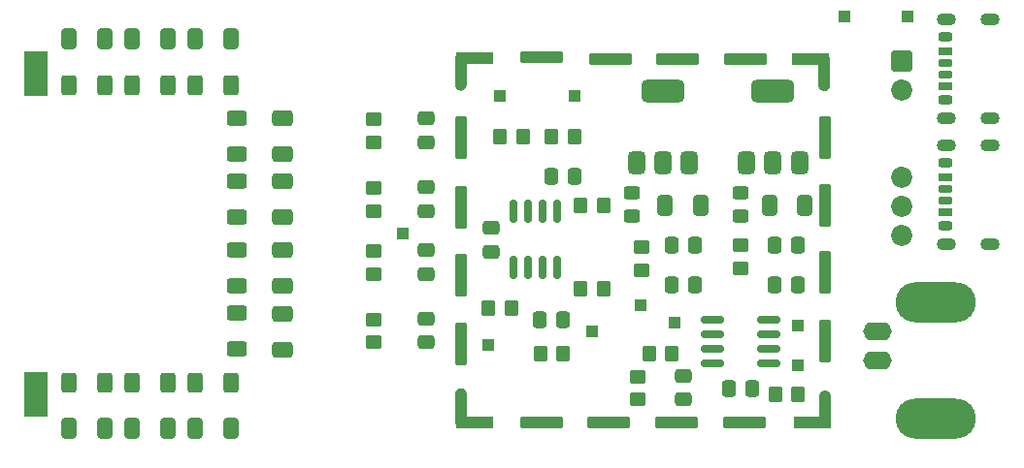
<source format=gts>
G04 #@! TF.GenerationSoftware,KiCad,Pcbnew,9.0.3*
G04 #@! TF.CreationDate,2025-12-06T19:27:42+01:00*
G04 #@! TF.ProjectId,CheapDiffProbe,43686561-7044-4696-9666-50726f62652e,rev?*
G04 #@! TF.SameCoordinates,Original*
G04 #@! TF.FileFunction,Soldermask,Top*
G04 #@! TF.FilePolarity,Negative*
%FSLAX46Y46*%
G04 Gerber Fmt 4.6, Leading zero omitted, Abs format (unit mm)*
G04 Created by KiCad (PCBNEW 9.0.3) date 2025-12-06 19:27:42*
%MOMM*%
%LPD*%
G01*
G04 APERTURE LIST*
G04 Aperture macros list*
%AMRoundRect*
0 Rectangle with rounded corners*
0 $1 Rounding radius*
0 $2 $3 $4 $5 $6 $7 $8 $9 X,Y pos of 4 corners*
0 Add a 4 corners polygon primitive as box body*
4,1,4,$2,$3,$4,$5,$6,$7,$8,$9,$2,$3,0*
0 Add four circle primitives for the rounded corners*
1,1,$1+$1,$2,$3*
1,1,$1+$1,$4,$5*
1,1,$1+$1,$6,$7*
1,1,$1+$1,$8,$9*
0 Add four rect primitives between the rounded corners*
20,1,$1+$1,$2,$3,$4,$5,0*
20,1,$1+$1,$4,$5,$6,$7,0*
20,1,$1+$1,$6,$7,$8,$9,0*
20,1,$1+$1,$8,$9,$2,$3,0*%
%AMFreePoly0*
4,1,35,1.557403,0.488582,1.606066,0.456066,1.638582,0.407403,1.650000,0.350000,1.650000,0.212022,1.661940,0.191342,1.695722,0.065263,1.700000,0.000000,1.700000,-2.300000,1.695722,-2.365263,1.661940,-2.491342,1.596677,-2.604381,1.504381,-2.696677,1.391342,-2.761940,1.265263,-2.795722,1.134737,-2.795722,1.008658,-2.761940,0.895619,-2.696677,0.803323,-2.604381,0.738060,-2.491342,
0.704278,-2.365263,0.700000,-2.300000,0.700000,-0.500000,-1.500000,-0.500000,-1.557403,-0.488582,-1.606066,-0.456066,-1.638582,-0.407403,-1.650000,-0.350000,-1.650000,0.350000,-1.638582,0.407403,-1.606066,0.456066,-1.557403,0.488582,-1.500000,0.500000,1.500000,0.500000,1.557403,0.488582,1.557403,0.488582,$1*%
%AMFreePoly1*
4,1,35,1.557403,0.488582,1.606066,0.456066,1.638582,0.407403,1.650000,0.350000,1.650000,-0.350000,1.638582,-0.407403,1.606066,-0.456066,1.557403,-0.488582,1.500000,-0.500000,-0.600000,-0.500000,-0.600000,-2.300000,-0.604278,-2.365263,-0.638060,-2.491342,-0.703323,-2.604381,-0.795619,-2.696677,-0.908658,-2.761940,-1.034737,-2.795722,-1.165263,-2.795722,-1.291342,-2.761940,-1.404381,-2.696677,
-1.496677,-2.604381,-1.561940,-2.491342,-1.595722,-2.365263,-1.600000,-2.300000,-1.600000,-0.460119,-1.606066,-0.456066,-1.638582,-0.407403,-1.650000,-0.350000,-1.650000,0.350000,-1.638582,0.407403,-1.606066,0.456066,-1.557403,0.488582,-1.500000,0.500000,1.500000,0.500000,1.557403,0.488582,1.557403,0.488582,$1*%
%AMFreePoly2*
4,1,35,1.557403,0.488582,1.606066,0.456066,1.638582,0.407403,1.650000,0.350000,1.650000,0.212022,1.661940,0.191342,1.695722,0.065263,1.700000,0.000000,1.700000,-2.500000,1.695722,-2.565263,1.661940,-2.691342,1.596677,-2.804381,1.504381,-2.896677,1.391342,-2.961940,1.265263,-2.995722,1.134737,-2.995722,1.008658,-2.961940,0.895619,-2.896677,0.803323,-2.804381,0.738060,-2.691342,
0.704278,-2.565263,0.700000,-2.500000,0.700000,-0.500000,-1.500000,-0.500000,-1.557403,-0.488582,-1.606066,-0.456066,-1.638582,-0.407403,-1.650000,-0.350000,-1.650000,0.350000,-1.638582,0.407403,-1.606066,0.456066,-1.557403,0.488582,-1.500000,0.500000,1.500000,0.500000,1.557403,0.488582,1.557403,0.488582,$1*%
%AMFreePoly3*
4,1,35,1.391342,2.811940,1.504381,2.746677,1.596677,2.654381,1.661940,2.541342,1.695722,2.415263,1.700000,2.350000,1.700000,0.000000,1.695722,-0.065263,1.661940,-0.191342,1.650000,-0.212022,1.650000,-0.350000,1.638582,-0.407403,1.606066,-0.456066,1.557403,-0.488582,1.500000,-0.500000,-1.500000,-0.500000,-1.557403,-0.488582,-1.606066,-0.456066,-1.638582,-0.407403,-1.650000,-0.350000,
-1.650000,0.350000,-1.638582,0.407403,-1.606066,0.456066,-1.557403,0.488582,-1.500000,0.500000,0.700000,0.500000,0.700000,2.350000,0.704278,2.415263,0.738060,2.541342,0.803323,2.654381,0.895619,2.746677,1.008658,2.811940,1.134737,2.845722,1.265263,2.845722,1.391342,2.811940,1.391342,2.811940,$1*%
G04 Aperture macros list end*
%ADD10R,1.000000X1.000000*%
%ADD11RoundRect,0.175000X0.425000X-0.175000X0.425000X0.175000X-0.425000X0.175000X-0.425000X-0.175000X0*%
%ADD12RoundRect,0.190000X-0.410000X0.190000X-0.410000X-0.190000X0.410000X-0.190000X0.410000X0.190000X0*%
%ADD13RoundRect,0.200000X-0.400000X0.200000X-0.400000X-0.200000X0.400000X-0.200000X0.400000X0.200000X0*%
%ADD14RoundRect,0.175000X-0.425000X0.175000X-0.425000X-0.175000X0.425000X-0.175000X0.425000X0.175000X0*%
%ADD15RoundRect,0.190000X0.410000X-0.190000X0.410000X0.190000X-0.410000X0.190000X-0.410000X-0.190000X0*%
%ADD16RoundRect,0.200000X0.400000X-0.200000X0.400000X0.200000X-0.400000X0.200000X-0.400000X-0.200000X0*%
%ADD17O,1.700000X1.100000*%
%ADD18RoundRect,0.250000X-0.350000X-0.450000X0.350000X-0.450000X0.350000X0.450000X-0.350000X0.450000X0*%
%ADD19RoundRect,0.250000X0.650000X-0.412500X0.650000X0.412500X-0.650000X0.412500X-0.650000X-0.412500X0*%
%ADD20RoundRect,0.250000X0.450000X-0.350000X0.450000X0.350000X-0.450000X0.350000X-0.450000X-0.350000X0*%
%ADD21RoundRect,0.250000X-0.412500X-0.650000X0.412500X-0.650000X0.412500X0.650000X-0.412500X0.650000X0*%
%ADD22RoundRect,0.250000X0.625000X-0.400000X0.625000X0.400000X-0.625000X0.400000X-0.625000X-0.400000X0*%
%ADD23RoundRect,0.250000X0.475000X-0.337500X0.475000X0.337500X-0.475000X0.337500X-0.475000X-0.337500X0*%
%ADD24RoundRect,0.250000X-0.337500X-0.475000X0.337500X-0.475000X0.337500X0.475000X-0.337500X0.475000X0*%
%ADD25RoundRect,0.375000X0.375000X-0.625000X0.375000X0.625000X-0.375000X0.625000X-0.375000X-0.625000X0*%
%ADD26RoundRect,0.500000X1.400000X-0.500000X1.400000X0.500000X-1.400000X0.500000X-1.400000X-0.500000X0*%
%ADD27R,2.000000X4.000000*%
%ADD28O,2.500000X1.600000*%
%ADD29O,7.000000X3.500000*%
%ADD30RoundRect,0.250000X-0.400000X-0.625000X0.400000X-0.625000X0.400000X0.625000X-0.400000X0.625000X0*%
%ADD31RoundRect,0.250000X0.350000X0.450000X-0.350000X0.450000X-0.350000X-0.450000X0.350000X-0.450000X0*%
%ADD32FreePoly0,0.000000*%
%ADD33RoundRect,0.150000X0.350000X-1.750000X0.350000X1.750000X-0.350000X1.750000X-0.350000X-1.750000X0*%
%ADD34FreePoly1,180.000000*%
%ADD35RoundRect,0.150000X1.750000X0.350000X-1.750000X0.350000X-1.750000X-0.350000X1.750000X-0.350000X0*%
%ADD36FreePoly2,180.000000*%
%ADD37RoundRect,0.150000X-0.350000X1.750000X-0.350000X-1.750000X0.350000X-1.750000X0.350000X1.750000X0*%
%ADD38FreePoly3,180.000000*%
%ADD39RoundRect,0.250000X0.450000X-0.325000X0.450000X0.325000X-0.450000X0.325000X-0.450000X-0.325000X0*%
%ADD40RoundRect,0.250000X-0.675000X-0.675000X0.675000X-0.675000X0.675000X0.675000X-0.675000X0.675000X0*%
%ADD41C,1.850000*%
%ADD42RoundRect,0.150000X-0.150000X0.825000X-0.150000X-0.825000X0.150000X-0.825000X0.150000X0.825000X0*%
%ADD43RoundRect,0.150000X0.825000X0.150000X-0.825000X0.150000X-0.825000X-0.150000X0.825000X-0.150000X0*%
%ADD44RoundRect,0.250000X0.337500X0.475000X-0.337500X0.475000X-0.337500X-0.475000X0.337500X-0.475000X0*%
%ADD45RoundRect,0.250000X-0.450000X0.325000X-0.450000X-0.325000X0.450000X-0.325000X0.450000X0.325000X0*%
G04 APERTURE END LIST*
D10*
X119500000Y-58000000D03*
X126000000Y-58000000D03*
D11*
X158370000Y-67070000D03*
D12*
X158370000Y-65050000D03*
D13*
X158370000Y-63820000D03*
D14*
X158370000Y-66070000D03*
D15*
X158370000Y-68090000D03*
D16*
X158370000Y-69320000D03*
D17*
X158450000Y-70890000D03*
X162250000Y-70890000D03*
X158450000Y-62250000D03*
X162250000Y-62250000D03*
D18*
X126500000Y-74800000D03*
X128500000Y-74800000D03*
D19*
X100500000Y-68525000D03*
X100500000Y-65400000D03*
D20*
X108500000Y-62000000D03*
X108500000Y-60000000D03*
D10*
X127500000Y-78500000D03*
D21*
X87375000Y-87000000D03*
X90500000Y-87000000D03*
D22*
X96500000Y-68550000D03*
X96500000Y-65450000D03*
D10*
X131750000Y-76250000D03*
D21*
X81875000Y-87000000D03*
X85000000Y-87000000D03*
D10*
X145500000Y-78000000D03*
D19*
X100500000Y-63000000D03*
X100500000Y-59875000D03*
D23*
X113000000Y-62000000D03*
X113000000Y-59925000D03*
D24*
X134425000Y-71000000D03*
X136500000Y-71000000D03*
D25*
X141000000Y-63800000D03*
X143300000Y-63800000D03*
D26*
X143300000Y-57500000D03*
D25*
X145600000Y-63800000D03*
D27*
X79000000Y-56000000D03*
D19*
X100500000Y-80125000D03*
X100500000Y-77000000D03*
D10*
X145500000Y-81500000D03*
D21*
X92875000Y-87000000D03*
X96000000Y-87000000D03*
D20*
X131800000Y-73200000D03*
X131800000Y-71200000D03*
D24*
X143425000Y-71000000D03*
X145500000Y-71000000D03*
D23*
X135500000Y-84500000D03*
X135500000Y-82425000D03*
D22*
X96500000Y-74550000D03*
X96500000Y-71450000D03*
D28*
X152420000Y-81080000D03*
D29*
X157500000Y-76000000D03*
D28*
X152420000Y-78540000D03*
D29*
X157500000Y-86160000D03*
D30*
X87400000Y-83000000D03*
X90500000Y-83000000D03*
D18*
X119500000Y-61500000D03*
X121500000Y-61500000D03*
D20*
X108500000Y-73500000D03*
X108500000Y-71500000D03*
D11*
X158370000Y-56070000D03*
D12*
X158370000Y-54050000D03*
D13*
X158370000Y-52820000D03*
D14*
X158370000Y-55070000D03*
D15*
X158370000Y-57090000D03*
D16*
X158370000Y-58320000D03*
D17*
X158450000Y-59890000D03*
X162250000Y-59890000D03*
X158450000Y-51250000D03*
X162250000Y-51250000D03*
D20*
X108500000Y-68000000D03*
X108500000Y-66000000D03*
D21*
X142975000Y-67500000D03*
X146100000Y-67500000D03*
D19*
X100500000Y-74562500D03*
X100500000Y-71437500D03*
D30*
X92900000Y-57000000D03*
X96000000Y-57000000D03*
D23*
X113000000Y-79500000D03*
X113000000Y-77425000D03*
D10*
X111000000Y-70000000D03*
D23*
X113000000Y-68000000D03*
X113000000Y-65925000D03*
D31*
X125000000Y-80500000D03*
X123000000Y-80500000D03*
D25*
X131400000Y-63800000D03*
X133700000Y-63800000D03*
D26*
X133700000Y-57500000D03*
D25*
X136000000Y-63800000D03*
D32*
X146600000Y-54700000D03*
D33*
X147800000Y-61600000D03*
X147800000Y-67500000D03*
X147800000Y-73400000D03*
X147800000Y-79400000D03*
D34*
X146700000Y-86500000D03*
D35*
X140800000Y-86500000D03*
X134900000Y-86500000D03*
X129000000Y-86500000D03*
X123120000Y-86500000D03*
D36*
X117300000Y-86500000D03*
D37*
X116100000Y-79600000D03*
X116100000Y-73600000D03*
X116100000Y-67700000D03*
X116100000Y-61600000D03*
D38*
X117300000Y-54650000D03*
D35*
X123100000Y-54600000D03*
X129100000Y-54700000D03*
X135000000Y-54700000D03*
X140900000Y-54700000D03*
D39*
X140500000Y-68500000D03*
X140500000Y-66450000D03*
D23*
X118750000Y-71575000D03*
X118750000Y-69500000D03*
D20*
X131500000Y-84500000D03*
X131500000Y-82500000D03*
D24*
X139425000Y-83500000D03*
X141500000Y-83500000D03*
D22*
X96500000Y-63000000D03*
X96500000Y-59900000D03*
D10*
X155000000Y-51000000D03*
D24*
X123925000Y-65000000D03*
X126000000Y-65000000D03*
X143425000Y-74500000D03*
X145500000Y-74500000D03*
D18*
X124000000Y-61500000D03*
X126000000Y-61500000D03*
D20*
X140500000Y-73000000D03*
X140500000Y-71000000D03*
D30*
X81900000Y-57000000D03*
X85000000Y-57000000D03*
D23*
X113000000Y-73537500D03*
X113000000Y-71462500D03*
D40*
X154500000Y-54880000D03*
D41*
X154500000Y-57420000D03*
X154500000Y-65040000D03*
X154500000Y-67580000D03*
X154500000Y-70120000D03*
D21*
X92875000Y-53000000D03*
X96000000Y-53000000D03*
D10*
X118500000Y-79750000D03*
D42*
X124500000Y-68000000D03*
X123230000Y-68000000D03*
X121960000Y-68000000D03*
X120690000Y-68000000D03*
X120690000Y-72950000D03*
X121960000Y-72950000D03*
X123230000Y-72950000D03*
X124500000Y-72950000D03*
D27*
X79000000Y-84000000D03*
D18*
X126500000Y-67500000D03*
X128500000Y-67500000D03*
D21*
X87375000Y-53000000D03*
X90500000Y-53000000D03*
D24*
X134425000Y-74500000D03*
X136500000Y-74500000D03*
D10*
X149500000Y-51000000D03*
D18*
X118500000Y-76500000D03*
X120500000Y-76500000D03*
D30*
X92900000Y-83000000D03*
X96000000Y-83000000D03*
D43*
X142950000Y-81310000D03*
X142950000Y-80040000D03*
X142950000Y-78770000D03*
X142950000Y-77500000D03*
X138000000Y-77500000D03*
X138000000Y-78770000D03*
X138000000Y-80040000D03*
X138000000Y-81310000D03*
D21*
X133875000Y-67500000D03*
X137000000Y-67500000D03*
D30*
X87400000Y-57000000D03*
X90500000Y-57000000D03*
D21*
X81875000Y-53000000D03*
X85000000Y-53000000D03*
D44*
X125000000Y-77500000D03*
X122925000Y-77500000D03*
D20*
X108500000Y-79500000D03*
X108500000Y-77500000D03*
D22*
X96500000Y-80050000D03*
X96500000Y-76950000D03*
D10*
X134750000Y-77750000D03*
D30*
X81900000Y-83000000D03*
X85000000Y-83000000D03*
D18*
X143500000Y-84000000D03*
X145500000Y-84000000D03*
D31*
X134500000Y-80500000D03*
X132500000Y-80500000D03*
D45*
X131000000Y-66450000D03*
X131000000Y-68500000D03*
M02*

</source>
